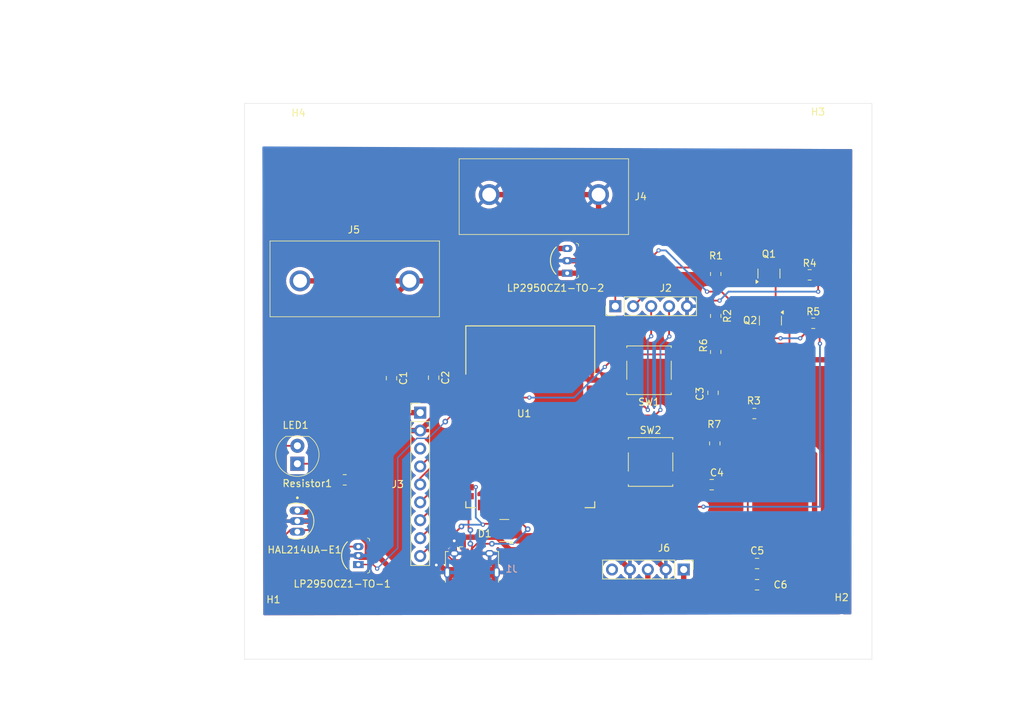
<source format=kicad_pcb>
(kicad_pcb (version 20240108) (generator "pcbnew") (generator_version "8.0")
  (layers (0 "F.Cu" signal) (31 "B.Cu" signal) (34 "B.Paste" user) (35 "F.Paste" user) (36 "B.SilkS" user "B.Silkscreen") (37 "F.SilkS" user "F.Silkscreen") (38 "B.Mask" user) (39 "F.Mask" user) (44 "Edge.Cuts" user))
  (net 0 "")
  (net 1 "GND")
  (net 2 "+3.3V")
  (net 3 "/CHIP_PU")
  (net 4 "/GPIO0_STRAPPING")
  (net 5 "/D-")
  (net 6 "+5V")
  (net 7 "/D+")
  (net 8 "Net-(HAL214UA-E1-VOUT)")
  (net 10 "/TX")
  (net 11 "/DTR")
  (net 12 "/RX")
  (net 13 "/RTS")
  (net 14 "/GPIO7")
  (net 15 "/GPIO18")
  (net 16 "/GPIO17")
  (net 17 "/GPIO5")
  (net 18 "/GPIO16")
  (net 19 "/GPIO15")
  (net 21 "/GPIO6")
  (net 22 "Net-(LED1-K)")
  (net 23 "Net-(Q1-B)")
  (net 24 "Net-(Q1-C)")
  (net 25 "Net-(Q2-C)")
  (net 26 "Net-(Q2-B)")
  (net 27 "/GPIO3_STRAPPING")
  (net 28 "/CAMERA_SCK")
  (net 29 "/GPIO45_STRAPPING")
  (net 30 "/M1_DIR")
  (net 31 "/M2_PWM")
  (net 32 "/MTDI")
  (net 33 "/MTCK")
  (net 34 "/CAMERA_MOSI")
  (net 35 "/I_M_1")
  (net 36 "/I_M_2")
  (net 37 "/M1_PWM")
  (net 38 "/MTMS")
  (net 39 "/M2_EN")
  (net 40 "/M2_FAULT")
  (net 41 "/GPIO46_STRAPPING")
  (net 42 "/CAMERA_SDA")
  (net 43 "/CAMERA_SCL")
  (net 44 "/VBAT_SENSE")
  (net 45 "/CAMERA_MISO")
  (net 46 "/CAMERA_CS")
  (net 47 "/MTDO")
  (net 48 "/M2_DIR")
  (net 49 "/M1_EN")
  (net 50 "/M1_FAULT")
  (net 51 "Net-(C4-Pad1)")
  (footprint "local_footprints:ESP32-S3-WROOM-1_EXP" (layer "F.Cu") (at 138.407 100.788)
    (property "Reference" "U1" (at -0.866 -0.458 0) (layer "F.SilkS"))
    (property "Value" "ESP32-S3-WROOM-1-N16R2")
    (pad "1" smd rect (at -8.75 -5.26) (size 1.4986 0.889) (layers "F.Cu" "F.Paste" "F.Mask") (net 1 "GND"))
    (pad "2" smd rect (at -8.75 -3.99) (size 1.4986 0.889) (layers "F.Cu" "F.Paste" "F.Mask") (net 2 "+3.3V"))
    (pad "3" smd rect (at -8.75 -2.72) (size 1.4986 0.889) (layers "F.Cu" "F.Paste" "F.Mask") (net 3 "/CHIP_PU"))
    (pad "4" smd rect (at -8.75 -1.45) (size 1.4986 0.889) (layers "F.Cu" "F.Paste" "F.Mask") (net 44 "/VBAT_SENSE"))
    (pad "5" smd rect (at -8.75 -0.18) (size 1.4986 0.889) (layers "F.Cu" "F.Paste" "F.Mask") (net 17 "/GPIO5"))
    (pad "6" smd rect (at -8.75 1.09) (size 1.4986 0.889) (layers "F.Cu" "F.Paste" "F.Mask") (net 21 "/GPIO6"))
    (pad "7" smd rect (at -8.75 2.36) (size 1.4986 0.889) (layers "F.Cu" "F.Paste" "F.Mask") (net 14 "/GPIO7"))
    (pad "8" smd rect (at -8.75 3.63) (size 1.4986 0.889) (layers "F.Cu" "F.Paste" "F.Mask") (net 19 "/GPIO15"))
    (pad "9" smd rect (at -8.75 4.9) (size 1.4986 0.889) (layers "F.Cu" "F.Paste" "F.Mask") (net 18 "/GPIO16"))
    (pad "10" smd rect (at -8.75 6.17) (size 1.4986 0.889) (layers "F.Cu" "F.Paste" "F.Mask") (net 16 "/GPIO17"))
    (pad "11" smd rect (at -8.75 7.44) (size 1.4986 0.889) (layers "F.Cu" "F.Paste" "F.Mask") (net 15 "/GPIO18"))
    (pad "12" smd rect (at -8.75 8.71) (size 1.4986 0.889) (layers "F.Cu" "F.Paste" "F.Mask") (net 50 "/M1_FAULT"))
    (pad "13" smd rect (at -8.75 9.98) (size 1.4986 0.889) (layers "F.Cu" "F.Paste" "F.Mask") (net 5 "/D-"))
    (pad "14" smd rect (at -8.75 11.25) (size 1.4986 0.889) (layers "F.Cu" "F.Paste" "F.Mask") (net 7 "/D+"))
    (pad "15" smd rect (at -6.985 12.5 90) (size 1.4986 0.889) (layers "F.Cu" "F.Paste" "F.Mask") (net 27 "/GPIO3_STRAPPING"))
    (pad "16" smd rect (at -5.715 12.5 90) (size 1.4986 0.889) (layers "F.Cu" "F.Paste" "F.Mask") (net 41 "/GPIO46_STRAPPING"))
    (pad "17" smd rect (at -4.445 12.5 90) (size 1.4986 0.889) (layers "F.Cu" "F.Paste" "F.Mask") (net 49 "/M1_EN"))
    (pad "18" smd rect (at -3.175 12.5 90) (size 1.4986 0.889) (layers "F.Cu" "F.Paste" "F.Mask") (net 37 "/M1_PWM"))
    (pad "19" smd rect (at -1.905 12.5 90) (size 1.4986 0.889) (layers "F.Cu" "F.Paste" "F.Mask") (net 30 "/M1_DIR"))
    (pad "20" smd rect (at -0.635 12.5 90) (size 1.4986 0.889) (layers "F.Cu" "F.Paste" "F.Mask") (net 40 "/M2_FAULT"))
    (pad "21" smd rect (at 0.635 12.5 90) (size 1.4986 0.889) (layers "F.Cu" "F.Paste" "F.Mask") (net 39 "/M2_EN"))
    (pad "22" smd rect (at 1.905 12.5 90) (size 1.4986 0.889) (layers "F.Cu" "F.Paste" "F.Mask") (net 31 "/M2_PWM"))
    (pad "23" smd rect (at 3.175 12.5 90) (size 1.4986 0.889) (layers "F.Cu" "F.Paste" "F.Mask") (net 48 "/M2_DIR"))
    (pad "24" smd rect (at 4.445 12.5 90) (size 1.4986 0.889) (layers "F.Cu" "F.Paste" "F.Mask") (net 46 "/CAMERA_CS"))
    (pad "25" smd rect (at 5.715 12.5 90) (size 1.4986 0.889) (layers "F.Cu" "F.Paste" "F.Mask") (net 34 "/CAMERA_MOSI"))
    (pad "26" smd rect (at 6.985 12.5 90) (size 1.4986 0.889) (layers "F.Cu" "F.Paste" "F.Mask") (net 29 "/GPIO45_STRAPPING"))
    (pad "27" smd rect (at 8.75 11.25) (size 1.4986 0.889) (layers "F.Cu" "F.Paste" "F.Mask") (net 4 "/GPIO0_STRAPPING"))
    (pad "28" smd rect (at 8.75 9.98) (size 1.4986 0.889) (layers "F.Cu" "F.Paste" "F.Mask") (net 45 "/CAMERA_MISO"))
    (pad "29" smd rect (at 8.75 8.71) (size 1.4986 0.889) (layers "F.Cu" "F.Paste" "F.Mask") (net 28 "/CAMERA_SCK"))
    (pad "30" smd rect (at 8.75 7.44) (size 1.4986 0.889) (layers "F.Cu" "F.Paste" "F.Mask") (net 42 "/CAMERA_SDA"))
    (pad "31" smd rect (at 8.75 6.17) (size 1.4986 0.889) (layers "F.Cu" "F.Paste" "F.Mask") (net 43 "/CAMERA_SCL"))
    (pad "32" smd rect (at 8.75 4.9) (size 1.4986 0.889) (layers "F.Cu" "F.Paste" "F.Mask") (net 33 "/MTCK"))
    (pad "33" smd rect (at 8.75 3.63) (size 1.4986 0.889) (layers "F.Cu" "F.Paste" "F.Mask") (net 47 "/MTDO"))
    (pad "34" smd rect (at 8.75 2.36) (size 1.4986 0.889) (layers "F.Cu" "F.Paste" "F.Mask") (net 32 "/MTDI"))
    (pad "35" smd rect (at 8.75 1.09) (size 1.4986 0.889) (layers "F.Cu" "F.Paste" "F.Mask") (net 38 "/MTMS"))
    (pad "36" smd rect (at 8.75 -0.18) (size 1.4986 0.889) (layers "F.Cu" "F.Paste" "F.Mask") (net 12 "/RX"))
    (pad "37" smd rect (at 8.75 -1.45) (size 1.4986 0.889) (layers "F.Cu" "F.Paste" "F.Mask") (net 10 "/TX"))
    (pad "38" smd rect (at 8.75 -2.72) (size 1.4986 0.889) (layers "F.Cu" "F.Paste" "F.Mask") (net 35 "/I_M_1"))
    (pad "39" smd rect (at 8.75 -3.99) (size 1.4986 0.889) (layers "F.Cu" "F.Paste" "F.Mask") (net 36 "/I_M_2"))
    (pad "40" smd rect (at 8.75 -5.26) (size 1.4986 0.889) (layers "F.Cu" "F.Paste" "F.Mask") (net 1 "GND"))
    (pad "41" smd rect (at -1.25 2.46) (size 0.889 0.889) (layers "F.Cu" "F.Paste" "F.Mask") (net 1 "GND"))
    (pad "42" smd rect (at -1.25 1.06) (size 0.889 0.889) (layers "F.Cu" "F.Paste" "F.Mask") (net 1 "GND"))
    (pad "43" smd rect (at -2.65 1.06) (size 0.889 0.889) (layers "F.Cu" "F.Paste" "F.Mask") (net 1 "GND"))
    (pad "44" smd rect (at -2.65 2.46) (size 0.889 0.889) (layers "F.Cu" "F.Paste" "F.Mask") (net 1 "GND"))
    (pad "45" smd rect (at -2.65 3.86) (size 0.889 0.889) (layers "F.Cu" "F.Paste" "F.Mask") (net 1 "GND"))
    (pad "46" smd rect (at -1.25 3.86) (size 0.889 0.889) (layers "F.Cu" "F.Paste" "F.Mask") (net 1 "GND"))
    (pad "47" smd rect (at 0.15 3.86) (size 0.889 0.889) (layers "F.Cu" "F.Paste" "F.Mask") (net 1 "GND"))
    (pad "48" smd rect (at 0.15 2.46) (size 0.889 0.889) (layers "F.Cu" "F.Paste" "F.Mask") (net 1 "GND"))
    (pad "49" smd rect (at 0.15 1.06) (size 0.889 0.889) (layers "F.Cu" "F.Paste" "F.Mask") (net 1 "GND"))
  )
  (footprint "Resistor_SMD:R_0805_2012Metric" (layer "F.Cu") (at 112.1175 109.725 180)
    (property "Reference" "Resistor1" (at 5.3105 -0.511 0) (layer "F.SilkS"))
    (property "Value" "1000 Ohm")
    (pad "1" smd roundrect (at -0.9125 0 180) (size 1.025 1.4) (layers "F.Cu" "F.Paste" "F.Mask") (roundrect_rratio 0.243902) (net 22 "Net-(LED1-K)"))
    (pad "2" smd roundrect (at 0.9125 0 180) (size 1.025 1.4) (layers "F.Cu" "F.Paste" "F.Mask") (roundrect_rratio 0.243902) (net 6 "+5V"))
  )
  (footprint "Resistor_SMD:R_0805_2012Metric" (layer "F.Cu") (at 177.9925 80.681)
    (property "Reference" "R4" (at 0 -1.65 0) (layer "F.SilkS"))
    (property "Value" "10k")
    (pad "1" smd roundrect (at -0.9125 0) (size 1.025 1.4) (layers "F.Cu" "F.Paste" "F.Mask") (roundrect_rratio 0.243902) (net 24 "Net-(Q1-C)"))
    (pad "2" smd roundrect (at 0.9125 0) (size 1.025 1.4) (layers "F.Cu" "F.Paste" "F.Mask") (roundrect_rratio 0.243902) (net 3 "/CHIP_PU"))
  )
  (footprint "Capacitor_SMD:C_0805_2012Metric" (layer "F.Cu") (at 124.714 95.25 -90)
    (property "Reference" "C2" (at 0 -1.68 90) (layer "F.SilkS"))
    (property "Value" "100n")
    (pad "1" smd roundrect (at -0.95 0 270) (size 1 1.45) (layers "F.Cu" "F.Paste" "F.Mask") (net 2 "+3.3V"))
    (pad "2" smd roundrect (at 0.95 0 270) (size 1 1.45) (layers "F.Cu" "F.Paste" "F.Mask") (net 1 "GND"))
  )
  (footprint "digikey-footprints:TO-92-3" (layer "F.Cu") (at 143.637 79.943 90)
    (property "Reference" "LP2950CZ1-TO-2" (at -2.607 -1.651 180) (layer "F.SilkS"))
    (property "Value" "Voltage Regulator Module")
    (pad "1" thru_hole rect (at -0.5 0 270) (size 1 1.5) (drill 0.55) (layers "*.Cu" "*.Mask") (net 2 "+3.3V"))
    (pad "2" thru_hole oval (at 1.27 0 270) (size 1 1.5) (drill 0.55) (layers "*.Cu" "*.Mask") (net 1 "GND"))
    (pad "3" thru_hole oval (at 3 0 270) (size 1 1.5) (drill 0.55) (layers "*.Cu" "*.Mask") (net 6 "+5V"))
  )
  (footprint "Capacitor_SMD:C_0805_2012Metric_Pad1.18x1.45mm_HandSolder" (layer "F.Cu") (at 170.5395 124.587)
    (property "Reference" "C6" (at 3.3235 0 0) (layer "F.SilkS"))
    (property "Value" "2.2uF")
    (pad "1" smd roundrect (at -1.0375 0) (size 1.175 1.45) (layers "F.Cu" "F.Paste" "F.Mask") (roundrect_rratio 0.212766) (net 2 "+3.3V"))
    (pad "2" smd roundrect (at 1.0375 0) (size 1.175 1.45) (layers "F.Cu" "F.Paste" "F.Mask") (roundrect_rratio 0.212766) (net 1 "GND"))
  )
  (footprint "Resistor_SMD:R_0805_2012Metric" (layer "F.Cu") (at 164.681 80.554 -90)
    (property "Reference" "R1" (at -2.576 -0.038 180) (layer "F.SilkS"))
    (property "Value" "10k")
    (pad "1" smd roundrect (at -0.9125 0 270) (size 1.025 1.4) (layers "F.Cu" "F.Paste" "F.Mask") (roundrect_rratio 0.243902) (net 11 "/DTR"))
    (pad "2" smd roundrect (at 0.9125 0 270) (size 1.025 1.4) (layers "F.Cu" "F.Paste" "F.Mask") (roundrect_rratio 0.243902) (net 23 "Net-(Q1-B)"))
  )
  (footprint "digikey-footprints:TO-92-3" (layer "F.Cu") (at 114.046 121.723 90)
    (property "Reference" "LP2950CZ1-TO-1" (at -2.737 -2.286 180) (layer "F.SilkS"))
    (property "Value" "Voltage Regulator Module")
    (pad "1" thru_hole rect (at 0 0 270) (size 1 1.5) (drill 0.55) (layers "*.Cu" "*.Mask") (net 17 "/GPIO5"))
    (pad "2" thru_hole oval (at 1.27 0 270) (size 1 1.5) (drill 0.55) (layers "*.Cu" "*.Mask") (net 1 "GND"))
    (pad "3" thru_hole oval (at 2.54 0 270) (size 1 1.5) (drill 0.55) (layers "*.Cu" "*.Mask") (net 8 "Net-(HAL214UA-E1-VOUT)"))
  )
  (footprint "Package_TO_SOT_SMD:SOT-143" (layer "F.Cu") (at 134.731 116.9 180)
    (property "Reference" "D1" (at 2.778 -0.448 0) (layer "F.SilkS"))
    (property "Value" "SP0503BAHT")
    (pad "1" smd roundrect (at -1 -0.75 180) (size 0.7 1) (layers "F.Cu" "F.Paste" "F.Mask") (net 1 "GND"))
    (pad "2" smd roundrect (at -1 0.95 180) (size 0.7 0.6) (layers "F.Cu" "F.Paste" "F.Mask") (net 7 "/D+"))
    (pad "3" smd roundrect (at 1 0.95 180) (size 0.7 0.6) (layers "F.Cu" "F.Paste" "F.Mask") (net 5 "/D-"))
    (pad "4" smd roundrect (at 1 -0.95 180) (size 0.7 0.6) (layers "F.Cu" "F.Paste" "F.Mask") (net 6 "+5V"))
  )
  (footprint "Capacitor_SMD:C_0805_2012Metric" (layer "F.Cu") (at 164.3 97.39 -90)
    (property "Reference" "C3" (at 0.146 1.867 90) (layer "F.SilkS"))
    (property "Value" "1u")
    (pad "1" smd roundrect (at -0.95 0 270) (size 1 1.45) (layers "F.Cu" "F.Paste" "F.Mask") (net 3 "/CHIP_PU"))
    (pad "2" smd roundrect (at 0.95 0 270) (size 1 1.45) (layers "F.Cu" "F.Paste" "F.Mask") (net 1 "GND"))
  )
  (footprint "Capacitor_SMD:C_0805_2012Metric" (layer "F.Cu") (at 164.112 110.405)
    (property "Reference" "C4" (at 0.734 -1.693 0) (layer "F.SilkS"))
    (property "Value" "1u")
    (pad "1" smd roundrect (at -0.95 0) (size 1 1.45) (layers "F.Cu" "F.Paste" "F.Mask") (net 51 "Net-(C4-Pad1)"))
    (pad "2" smd roundrect (at 0.95 0) (size 1 1.45) (layers "F.Cu" "F.Paste" "F.Mask") (net 1 "GND"))
  )
  (footprint "Resistor_SMD:R_0805_2012Metric" (layer "F.Cu") (at 164.681 86.4995 -90)
    (property "Reference" "R2" (at 0 -1.65 90) (layer "F.SilkS"))
    (property "Value" "10k")
    (pad "1" smd roundrect (at -0.9125 0 270) (size 1.025 1.4) (layers "F.Cu" "F.Paste" "F.Mask") (roundrect_rratio 0.243902) (net 13 "/RTS"))
    (pad "2" smd roundrect (at 0.9125 0 270) (size 1.025 1.4) (layers "F.Cu" "F.Paste" "F.Mask") (roundrect_rratio 0.243902) (net 26 "Net-(Q2-B)"))
  )
  (footprint "24.243.1:242431" (layer "F.Cu") (at 121.285 81.534 180)
    (property "Reference" "J5" (at 7.874 7.239 0) (layer "F.SilkS"))
    (property "Value" "24.243.1")
    (pad "1" thru_hole circle (at 0 0 180) (size 2.955 2.955) (drill 1.97) (layers "*.Cu" "*.Mask") (net 6 "+5V"))
    (pad "2" thru_hole circle (at 15.5 0 180) (size 2.955 2.955) (drill 1.97) (layers "*.Cu" "*.Mask") (net 6 "+5V"))
  )
  (footprint "digikey-footprints:LED_5mm_Radial" (layer "F.Cu") (at 105.41 104.899 90)
    (property "Reference" "LED1" (at 2.918 -0.254 180) (layer "F.SilkS"))
    (property "Value" "DIODE")
    (pad "1" thru_hole rect (at -2.54 0 90) (size 2 2) (drill 1) (layers "*.Cu" "*.Mask") (net 22 "Net-(LED1-K)"))
    (pad "2" thru_hole circle (at 0 0 90) (size 2 2) (drill 1) (layers "*.Cu" "*.Mask") (net 8 "Net-(HAL214UA-E1-VOUT)"))
  )
  (footprint "MountingHole:MountingHole_3.2mm_M3" (layer "F.Cu") (at 102.017 60.588)
    (property "Reference" "H4" (at 3.55 -2.85 0) (layer "F.SilkS"))
    (property "Value" "MountingHole")
    (pad "" np_thru_hole circle (at 0 0) (size 3.2 3.2) (drill 3.2) (layers "*.Cu" "*.Mask"))
  )
  (footprint "Button_Switch_SMD:SW_SPST_B3S-1000" (layer "F.Cu") (at 155.448 107.188)
    (property "Reference" "SW2" (at 0 -4.5 0) (layer "F.SilkS"))
    (property "Value" "SW_Push")
    (pad "1" smd rect (at -3.975 -2.25) (size 1.55 1.3) (layers "F.Cu" "F.Paste" "F.Mask") (net 1 "GND"))
    (pad "1" smd rect (at 3.975 -2.25) (size 1.55 1.3) (layers "F.Cu" "F.Paste" "F.Mask") (net 1 "GND"))
    (pad "2" smd rect (at -3.975 2.25) (size 1.55 1.3) (layers "F.Cu" "F.Paste" "F.Mask") (net 4 "/GPIO0_STRAPPING"))
    (pad "2" smd rect (at 3.975 2.25) (size 1.55 1.3) (layers "F.Cu" "F.Paste" "F.Mask") (net 4 "/GPIO0_STRAPPING"))
  )
  (footprint "MountingHole:MountingHole_3.2mm_M3" (layer "F.Cu") (at 182.517 60.588)
    (property "Reference" "H3" (at -3.35 -3 0) (layer "F.SilkS"))
    (property "Value" "MountingHole")
    (pad "" np_thru_hole circle (at 0 0) (size 3.2 3.2) (drill 3.2) (layers "*.Cu" "*.Mask"))
  )
  (footprint "Resistor_SMD:R_0805_2012Metric" (layer "F.Cu") (at 170.1565 100.33)
    (property "Reference" "R3" (at -0.0745 -1.814 0) (layer "F.SilkS"))
    (property "Value" "10k")
    (pad "1" smd roundrect (at -0.9125 0) (size 1.025 1.4) (layers "F.Cu" "F.Paste" "F.Mask") (roundrect_rratio 0.243902) (net 27 "/GPIO3_STRAPPING"))
    (pad "2" smd roundrect (at 0.9125 0) (size 1.025 1.4) (layers "F.Cu" "F.Paste" "F.Mask") (roundrect_rratio 0.243902) (net 1 "GND"))
  )
  (footprint "Package_TO_SOT_SMD:SOT-23" (layer "F.Cu") (at 172.428 87.158 -90)
    (property "Reference" "Q2" (at -0.036 2.883 180) (layer "F.SilkS"))
    (property "Value" "SS8050-G")
    (pad "1" smd roundrect (at -0.9375 -0.95 270) (size 1.475 0.6) (layers "F.Cu" "F.Paste" "F.Mask") (net 26 "Net-(Q2-B)"))
    (pad "2" smd roundrect (at -0.9375 0.95 270) (size 1.475 0.6) (layers "F.Cu" "F.Paste" "F.Mask") (net 11 "/DTR"))
    (pad "3" smd roundrect (at 0.9375 0 270) (size 1.475 0.6) (layers "F.Cu" "F.Paste" "F.Mask") (net 25 "Net-(Q2-C)"))
  )
  (footprint "Button_Switch_SMD:SW_SPST_B3S-1000" (layer "F.Cu") (at 155.232 94.198 180)
    (property "Reference" "SW1" (at 0 -4.5 0) (layer "F.SilkS"))
    (property "Value" "SW_Push")
    (pad "1" smd rect (at -3.975 -2.25 180) (size 1.55 1.3) (layers "F.Cu" "F.Paste" "F.Mask") (net 1 "GND"))
    (pad "1" smd rect (at 3.975 -2.25 180) (size 1.55 1.3) (layers "F.Cu" "F.Paste" "F.Mask") (net 1 "GND"))
    (pad "2" smd rect (at -3.975 2.25 180) (size 1.55 1.3) (layers "F.Cu" "F.Paste" "F.Mask") (net 3 "/CHIP_PU"))
    (pad "2" smd rect (at 3.975 2.25 180) (size 1.55 1.3) (layers "F.Cu" "F.Paste" "F.Mask") (net 3 "/CHIP_PU"))
  )
  (footprint "Resistor_SMD:R_0805_2012Metric" (layer "F.Cu") (at 178.5005 87.539)
    (property "Reference" "R5" (at 0 -1.65 0) (layer "F.SilkS"))
    (property "Value" "10k")
    (pad "1" smd roundrect (at -0.9125 0) (size 1.025 1.4) (layers "F.Cu" "F.Paste" "F.Mask") (roundrect_rratio 0.243902) (net 25 "Net-(Q2-C)"))
    (pad "2" smd roundrect (at 0.9125 0) (size 1.025 1.4) (layers "F.Cu" "F.Paste" "F.Mask") (roundrect_rratio 0.243902) (net 4 "/GPIO0_STRAPPING"))
  )
  (footprint "Connector_PinHeader_2.54mm:PinHeader_1x05_P2.54mm_Vertical" (layer "F.Cu") (at 160.147 122.428 -90)
    (property "Reference" "J6" (at -3.048 2.794 180) (layer "F.SilkS"))
    (property "Value" "Conn_01x05_Female")
    (pad "1" thru_hole rect (at 0 0 270) (size 1.7 1.7) (drill 1) (layers "*.Cu" "*.Mask") (net 6 "+5V"))
    (pad "2" thru_hole oval (at 0 2.54 270) (size 1.7 1.7) (drill 1) (layers "*.Cu" "*.Mask") (net 1 "GND"))
    (pad "3" thru_hole oval (at 0 5.08 270) (size 1.7 1.7) (drill 1) (layers "*.Cu" "*.Mask") (net 6 "+5V"))
    (pad "4" thru_hole oval (at 0 7.62 270) (size 1.7 1.7) (drill 1) (layers "*.Cu" "*.Mask") (net 1 "GND"))
    (pad "5" thru_hole oval (at 0 10.16 270) (size 1.7 1.7) (drill 1) (layers "*.Cu" "*.Mask"))
  )
  (footprint "Connector_PinHeader_2.54mm:PinHeader_1x09_P2.54mm_Vertical" (layer "F.Cu") (at 122.809 100.203)
    (property "Reference" "J3" (at -3.175 10.16 0) (layer "F.SilkS"))
    (property "Value" "Conn_01x09_Female")
    (pad "1" thru_hole rect (at 0 0) (size 1.7 1.7) (drill 1) (layers "*.Cu" "*.Mask") (net 6 "+5V"))
    (pad "2" thru_hole oval (at 0 2.54) (size 1.7 1.7) (drill 1) (layers "*.Cu" "*.Mask") (net 1 "GND"))
    (pad "3" thru_hole oval (at 0 5.08) (size 1.7 1.7) (drill 1) (layers "*.Cu" "*.Mask"))
    (pad "4" thru_hole oval (at 0 7.62) (size 1.7 1.7) (drill 1) (layers "*.Cu" "*.Mask") (net 21 "/GPIO6"))
    (pad "5" thru_hole oval (at 0 10.16) (size 1.7 1.7) (drill 1) (layers "*.Cu" "*.Mask") (net 14 "/GPIO7"))
    (pad "6" thru_hole oval (at 0 12.7) (size 1.7 1.7) (drill 1) (layers "*.Cu" "*.Mask") (net 19 "/GPIO15"))
    (pad "7" thru_hole oval (at 0 15.24) (size 1.7 1.7) (drill 1) (layers "*.Cu" "*.Mask") (net 18 "/GPIO16"))
    (pad "8" thru_hole oval (at 0 17.78) (size 1.7 1.7) (drill 1) (layers "*.Cu" "*.Mask") (net 16 "/GPIO17"))
    (pad "9" thru_hole oval (at 0 20.32) (size 1.7 1.7) (drill 1) (layers "*.Cu" "*.Mask") (net 15 "/GPIO18"))
  )
  (footprint "Package_TO_SOT_SMD:SOT-23" (layer "F.Cu") (at 172.2225 80.493 90)
    (property "Reference" "Q1" (at 2.769 -0.0105 180) (layer "F.SilkS"))
    (property "Value" "SS8050-G")
    (pad "1" smd roundrect (at -0.9375 -0.95 90) (size 1.475 0.6) (layers "F.Cu" "F.Paste" "F.Mask") (net 23 "Net-(Q1-B)"))
    (pad "2" smd roundrect (at -0.9375 0.95 90) (size 1.475 0.6) (layers "F.Cu" "F.Paste" "F.Mask") (net 13 "/RTS"))
    (pad "3" smd roundrect (at 0.9375 0 90) (size 1.475 0.6) (layers "F.Cu" "F.Paste" "F.Mask") (net 24 "Net-(Q1-C)"))
  )
  (footprint "Resistor_SMD:R_0805_2012Metric" (layer "F.Cu") (at 164.554 104.563 -90)
    (property "Reference" "R7" (at -2.709 0.089 180) (layer "F.SilkS"))
    (property "Value" "100k")
    (pad "1" smd roundrect (at -0.9125 0 270) (size 1.025 1.4) (layers "F.Cu" "F.Paste" "F.Mask") (roundrect_rratio 0.243902) (net 2 "+3.3V"))
    (pad "2" smd roundrect (at 0.9125 0 270) (size 1.025 1.4) (layers "F.Cu" "F.Paste" "F.Mask") (roundrect_rratio 0.243902) (net 51 "Net-(C4-Pad1)"))
  )
  (footprint "MountingHole:MountingHole_3.2mm_M3" (layer "F.Cu") (at 102.017 130.888)
    (property "Reference" "H1" (at 0 -4.2 0) (layer "F.SilkS"))
    (property "Value" "MountingHole")
    (pad "" np_thru_hole circle (at 0 0) (size 3.2 3.2) (drill 3.2) (layers "*.Cu" "*.Mask"))
  )
  (footprint "Connector_PinHeader_2.54mm:PinHeader_1x05_P2.54mm_Vertical" (layer "F.Cu") (at 150.457 85.126 90)
    (property "Reference" "J2" (at 2.576 7.15 180) (layer "F.SilkS"))
    (property "Value" "Conn_01x05_Female")
    (pad "1" thru_hole rect (at 0 0 90) (size 1.7 1.7) (drill 1) (layers "*.Cu" "*.Mask") (net 13 "/RTS"))
    (pad "2" thru_hole oval (at 0 2.54 90) (size 1.7 1.7) (drill 1) (layers "*.Cu" "*.Mask") (net 11 "/DTR"))
    (pad "3" thru_hole oval (at 0 5.08 90) (size 1.7 1.7) (drill 1) (layers "*.Cu" "*.Mask") (net 10 "/TX"))
    (pad "4" thru_hole oval (at 0 7.62 90) (size 1.7 1.7) (drill 1) (layers "*.Cu" "*.Mask") (net 12 "/RX"))
    (pad "5" thru_hole oval (at 0 10.16 90) (size 1.7 1.7) (drill 1) (layers "*.Cu" "*.Mask") (net 1 "GND"))
  )
  (footprint "24.243.1:242431" (layer "F.Cu") (at 132.585 69.311)
    (property "Reference" "J4" (at 21.466 0.285 0) (layer "F.SilkS"))
    (property "Value" "24.243.1")
    (pad "1" thru_hole circle (at 0 0) (size 2.955 2.955) (drill 1.97) (layers "*.Cu" "*.Mask") (net 1 "GND"))
    (pad "2" thru_hole circle (at 15.5 0) (size 2.955 2.955) (drill 1.97) (layers "*.Cu" "*.Mask") (net 1 "GND"))
  )
  (footprint "Resistor_SMD:R_0805_2012Metric" (layer "F.Cu") (at 164.681 91.609 90)
    (property "Reference" "R6" (at 0.931 -1.74 90) (layer "F.SilkS"))
    (property "Value" "100k")
    (pad "1" smd roundrect (at -0.9125 0 90) (size 1.025 1.4) (layers "F.Cu" "F.Paste" "F.Mask") (roundrect_rratio 0.243902) (net 2 "+3.3V"))
    (pad "2" smd roundrect (at 0.9125 0 90) (size 1.025 1.4) (layers "F.Cu" "F.Paste" "F.Mask") (roundrect_rratio 0.243902) (net 3 "/CHIP_PU"))
  )
  (footprint "Capacitor_SMD:C_0805_2012Metric" (layer "F.Cu") (at 118.745 95.316 -90)
    (property "Reference" "C1" (at 0 -1.68 90) (layer "F.SilkS"))
    (property "Value" "10n")
    (pad "1" smd roundrect (at -0.95 0 270) (size 1 1.45) (layers "F.Cu" "F.Paste" "F.Mask") (net 2 "+3.3V"))
    (pad "2" smd roundrect (at 0.95 0 270) (size 1 1.45) (layers "F.Cu" "F.Paste" "F.Mask") (net 1 "GND"))
  )
  (footprint "SS49E:TO92127P460H470-3" (layer "F.Cu") (at 105.41 115.567 -90)
    (property "Reference" "HAL214UA-E1" (at 4.067 -1.016 0) (layer "F.SilkS") (effects (font (size 0.9906 0.9906))))
    (property "Value" "Hall Effect Sensor")
    (pad "1" thru_hole oval (at -1.5 0 270) (size 1.1 2.2) (drill 0.79) (layers "*.Cu" "*.Mask") (net 6 "+5V"))
    (pad "2" thru_hole oval (at 0 0 270) (size 1.1 2.2) (drill 0.79) (layers "*.Cu" "*.Mask") (net 1 "GND"))
    (pad "3" thru_hole oval (at 1.5 0 270) (size 1.1 2.2) (drill 0.79) (layers "*.Cu" "*.Mask") (net 8 "Net-(HAL214UA-E1-VOUT)"))
  )
  (footprint "MountingHole:MountingHole_3.2mm_M3" (layer "F.Cu") (at 182.517 130.588)
    (property "Reference" "H2" (at 0 -4.2 0) (layer "F.SilkS"))
    (property "Value" "MountingHole")
    (pad "" np_thru_hole circle (at 0 0) (size 3.2 3.2) (drill 3.2) (layers "*.Cu" "*.Mask"))
  )
  (footprint "Connector_USB:USB_Micro-B_Amphenol_10118194_Horizontal" (layer "F.Cu") (at 130.145 121.542)
    (property "Reference" "J1" (at 5.604 0.798 0) (layer "B.SilkS") (effects (justify mirror)))
    (property "Value" "USB_B_Micro")
    (pad "1" smd roundrect (at -1.3 -1.4) (size 0.4 1.35) (layers "F.Cu" "F.Paste" "F.Mask") (net 6 "+5V"))
    (pad "2" smd roundrect (at -0.65 -1.4) (size 0.4 1.35) (layers "F.Cu" "F.Paste" "F.Mask") (net 5 "/D-"))
    (pad "3" smd roundrect (at 0 -1.4) (size 0.4 1.35) (layers "F.Cu" "F.Paste" "F.Mask") (net 7 "/D+"))
    (pad "4" smd roundrect (at 0.65 -1.4) (size 0.4 1.35) (layers "F.Cu" "F.Paste" "F.Mask"))
    (pad "5" smd roundrect (at 1.3 -1.4) (size 0.4 1.35) (layers "F.Cu" "F.Paste" "F.Mask") (net 1 "GND"))
    (pad "6" thru_hole oval (at -3.5 1.3) (size 0.89 1.55) (drill oval 0.5 1.15) (property pad_prop_heatsink) (layers "*.Cu" "*.Mask") (net 1 "GND"))
    (pad "6" smd roundrect (at -3.025 1.3) (size 1.45 1.55) (layers "F.Cu" "F.Paste" "F.Mask") (roundrect_rratio 0.1724137931) (net 1 "GND"))
    (pad "6" thru_hole oval (at -2.5 -1.4) (size 1.25 0.95) (drill oval 0.85 0.55) (property pad_prop_heatsink) (layers "*.Cu" "*.Mask") (net 1 "GND"))
    (pad "6" smd roundrect (at -1 1.3) (size 1.5 1.55) (layers "F.Cu" "F.Paste" "F.Mask") (roundrect_rratio 0.1666666667) (net 1 "GND"))
    (pad "6" smd roundrect (at 1 1.3) (size 1.5 1.55) (layers "F.Cu" "F.Paste" "F.Mask") (roundrect_rratio 0.1666666667) (net 1 "GND"))
    (pad "6" thru_hole oval (at 2.5 -1.4) (size 1.25 0.95) (drill oval 0.85 0.55) (property pad_prop_heatsink) (layers "*.Cu" "*.Mask") (net 1 "GND"))
    (pad "6" smd roundrect (at 3.025 1.3) (size 1.45 1.55) (layers "F.Cu" "F.Paste" "F.Mask") (roundrect_rratio 0.1724137931) (net 1 "GND"))
    (pad "6" thru_hole oval (at 3.5 1.3) (size 0.89 1.55) (drill oval 0.5 1.15) (property pad_prop_heatsink) (layers "*.Cu" "*.Mask") (net 1 "GND"))
  )
  (footprint "Capacitor_SMD:C_0805_2012Metric_Pad1.18x1.45mm_HandSolder" (layer "F.Cu") (at 170.5395 121.577)
    (property "Reference" "C5" (at 0.0215 -1.816 0) (layer "F.SilkS"))
    (property "Value" "1uF")
    (pad "1" smd roundrect (at -1.0375 0) (size 1.175 1.45) (layers "F.Cu" "F.Paste" "F.Mask") (roundrect_rratio 0.212766) (net 6 "+5V"))
    (pad "2" smd roundrect (at 1.0375 0) (size 1.175 1.45) (layers "F.Cu" "F.Paste" "F.Mask") (roundrect_rratio 0.212766) (net 1 "GND"))
  )
  (gr_line (start 97.917 135.128) (end 97.917 56.388) (stroke (width 0.05)) (layer "Edge.Cuts"))
  (gr_line (start 186.817 135.128) (end 97.917 135.128) (stroke (width 0.05)) (layer "Edge.Cuts"))
  (gr_line (start 186.817 56.388) (end 186.817 135.128) (stroke (width 0.05)) (layer "Edge.Cuts"))
  (gr_line (start 97.917 56.388) (end 186.817 56.388) (stroke (width 0.05)) (layer "Edge.Cuts"))
  (segment (start 124.587 122.301) (end 124.587 125.603) (width 0.762) (layer "F.Cu") (net 1))
  (segment (start 123.825 125.603) (end 117.729 119.507) (width 0.762) (layer "F.Cu") (net 1))
  (segment (start 114.285 120.692) (end 114.046 120.453) (width 0.762) (layer "F.Cu") (net 1))
  (segment (start 143.637 78.673) (end 147.768 78.673) (width 0.762) (layer "F.Cu") (net 1))
  (segment (start 112.265 115.567) (end 115.327 118.629) (width 0.762) (layer "F.Cu") (net 1))
  (segment (start 127.645 118.374) (end 127.635 118.364) (width 0.762) (layer "F.Cu") (net 1))
  (segment (start 159.207 104.722) (end 159.423 104.938) (width 0.2) (layer "F.Cu") (net 1))
  (segment (start 127.645 120.142) (end 127.645 118.374) (width 0.762) (layer "F.Cu") (net 1))
  (segment (start 131.445 120.142) (end 132.645 120.142) (width 0.254) (layer "F.Cu") (net 1))
  (segment (start 153.035 117.856) (end 157.607 122.428) (width 0.762) (layer "F.Cu") (net 1))
  (segment (start 135.731 117.65) (end 147.749 117.65) (width 0.762) (layer "F.Cu") (net 1))
  (segment (start 125.095 121.793) (end 125.596 121.793) (width 0.762) (layer "F.Cu") (net 1))
  (segment (start 125.095 121.793) (end 124.587 122.301) (width 0.762) (layer "F.Cu") (net 1))
  (segment (start 132.585 69.311) (end 148.085 69.311) (width 0.762) (layer "F.Cu") (net 1))
  (segment (start 147.768 78.673) (end 148.717 77.724) (width 0.762) (layer "F.Cu") (net 1))
  (segment (start 115.327 120.512) (end 115.147 120.692) (width 0.762) (layer "F.Cu") (net 1))
  (segment (start 124.587 125.603) (end 123.825 125.603) (width 0.762) (layer "F.Cu") (net 1))
  (segment (start 117.729 103.886) (end 118.872 102.743) (width 0.762) (layer "F.Cu") (net 1))
  (segment (start 124.714 100.838) (end 124.714 96.2) (width 0.762) (layer "F.Cu") (net 1))
  (segment (start 132.645 120.142) (end 132.645 122.317) (width 0.254) (layer "F.Cu") (net 1))
  (segment (start 148.085 77.092) (end 148.085 69.311) (width 0.762) (layer "F.Cu") (net 1))
  (segment (start 147.955 117.856) (end 153.035 117.856) (width 0.762) (layer "F.Cu") (net 1))
  (segment (start 115.147 120.692) (end 114.285 120.692) (width 0.762) (layer "F.Cu") (net 1))
  (segment (start 122.809 102.743) (end 124.714 100.838) (width 0.762) (layer "F.Cu") (net 1))
  (segment (start 132.645 122.317) (end 133.17 122.842) (width 0.254) (layer "F.Cu") (net 1))
  (segment (start 147.749 117.65) (end 147.955 117.856) (width 0.762) (layer "F.Cu") (net 1))
  (segment (start 105.41 115.567) (end 112.265 115.567) (width 0.762) (layer "F.Cu") (net 1))
  (segment (start 124.648 96.266) (end 124.714 96.2) (width 0.762) (layer "F.Cu") (net 1))
  (segment (start 117.729 119.507) (end 117.729 103.886) (width 0.762) (layer "F.Cu") (net 1))
  (segment (start 148.717 77.724) (end 148.085 77.092) (width 0.762) (layer "F.Cu") (net 1))
  (segment (start 118.872 102.743) (end 122.809 102.743) (width 0.762) (layer "F.Cu") (net 1))
  (segment (start 125.596 121.793) (end 126.645 122.842) (width 0.762) (layer "F.Cu") (net 1))
  (segment (start 147.749 117.65) (end 152.527 122.428) (width 0.762) (layer "F.Cu") (net 1))
  (segment (start 115.327 118.629) (end 115.327 120.512) (width 0.762) (layer "F.Cu") (net 1))
  (via (at 125.095 121.793) (size 0.8) (drill 0.4) (layers "F.Cu" "B.Cu") (net 1))
  (via (at 127.635 118.364) (size 0.8) (drill 0.4) (layers "F.Cu" "B.Cu") (net 1))
  (segment (start 127.635 118.364) (end 127.635 119.253) (width 0.762) (layer "B.Cu") (net 1))
  (segment (start 127.635 119.253) (end 125.095 121.793) (width 0.762) (layer "B.Cu") (net 1))
  (segment (start 125.403 90.224) (end 127.635 92.456) (width 0.762) (layer "F.Cu") (net 2))
  (segment (start 166.751 92.5215) (end 164.681 92.5215) (width 0.762) (layer "F.Cu") (net 2))
  (segment (start 182.499 74.168) (end 182.753 74.422) (width 0.762) (layer "F.Cu") (net 2))
  (segment (start 123.057 92.643) (end 124.714 94.3) (width 0.762) (layer "F.Cu") (net 2))
  (segment (start 167.005 126.619) (end 178.689 126.619) (width 0.762) (layer "F.Cu") (net 2))
  (segment (start 176.657 92.456) (end 176.5915 92.5215) (width 0.762) (layer "F.Cu") (net 2))
  (segment (start 182.753 91.694) (end 181.737 92.71) (width 0.762) (layer "F.Cu") (net 2))
  (segment (start 127.635 92.456) (end 127.635 96.2873) (width 0.762) (layer "F.Cu") (net 2))
  (segment (start 123.057 90.224) (end 122.887 90.224) (width 0.762) (layer "F.Cu") (net 2))
  (segment (start 176.5915 92.5215) (end 166.751 92.5215) (width 0.762) (layer "F.Cu") (net 2))
  (segment (start 166.497 126.111) (end 167.005 126.619) (width 0.762) (layer "F.Cu") (net 2))
  (segment (start 122.887 90.224) (end 118.745 94.366) (width 0.762) (layer "F.Cu") (net 2))
  (segment (start 169.502 124.587) (end 168.021 124.587) (width 0.762) (layer "F.Cu") (net 2))
  (segment (start 178.689 126.619) (end 178.689 106.126072) (width 0.762) (layer "F.Cu") (net 2))
  (segment (start 181.737 92.71) (end 176.911 92.71) (width 0.762) (layer "F.Cu") (net 2))
  (segment (start 176.911 92.71) (end 176.657 92.456) (width 0.762) (layer "F.Cu") (net 2))
  (segment (start 168.021 124.587) (end 166.497 126.111) (width 0.762) (layer "F.Cu") (net 2))
  (segment (start 123.057 90.224) (end 133.338 79.943) (width 0.762) (layer "F.Cu") (net 2))
  (segment (start 133.338 79.943) (end 133.838 80.443) (width 0.762) (layer "F.Cu") (net 2))
  (segment (start 123.057 90.224) (end 123.057 92.643) (width 0.762) (layer "F.Cu") (net 2))
  (segment (start 133.838 80.443) (end 143.637 80.443) (width 0.762) (layer "F.Cu") (net 2))
  (segment (start 143.637 80.443) (end 150.951 80.443) (width 0.762) (layer "F.Cu") (net 2))
  (segment (start 178.689 106.126072) (end 176.5915 104.028572) (width 0.762) (layer "F.Cu") (net 2))
  (segment (start 165.7165 103.6505) (end 164.554 103.6505) (width 0.762) (layer "F.Cu") (net 2))
  (segment (start 166.751 103.378) (end 165.989 103.378) (width 0.762) (layer "F.Cu") (net 2))
  (segment (start 166.751 92.5215) (end 166.751 103.378) (width 0.762) (layer "F.Cu") (net 2))
  (segment (start 165.989 103.378) (end 165.7165 103.6505) (width 0.762) (layer "F.Cu") (net 2))
  (segment (start 128.1457 96.798) (end 129.657 96.798) (width 0.762) (layer "F.Cu") (net 2))
  (segment (start 127.635 96.2873) (end 128.1457 96.798) (width 0.762) (layer "F.Cu") (net 2))
  (segment (start 176.5915 104.028572) (end 176.5915 92.5215) (width 0.762) (layer "F.Cu") (net 2))
  (segment (start 123.057 90.224) (end 125.403 90.224) (width 0.762) (layer "F.Cu") (net 2))
  (segment (start 157.226 74.168) (end 182.499 74.168) (width 0.762) (layer "F.Cu") (net 2))
  (segment (start 182.753 74.422) (end 182.753 91.694) (width 0.762) (layer "F.Cu") (net 2))
  (segment (start 150.951 80.443) (end 157.226 74.168) (width 0.762) (layer "F.Cu") (net 2))
  (segment (start 148.971 93.726) (end 150.749 91.948) (width 0.254) (layer "F.Cu") (net 3))
  (segment (start 164.681 90.132) (end 163.195 88.646) (width 0.254) (layer "F.Cu") (net 3))
  (segment (start 159.207 91.948) (end 159.808 91.948) (width 0.254) (layer "F.Cu") (net 3))
  (segment (start 151.257 91.948) (end 159.207 91.948) (width 0.254) (layer "F.Cu") (net 3))
  (segment (start 159.808 91.948) (end 164.3 96.44) (width 0.254) (layer "F.Cu") (net 3))
  (segment (start 163.195 84.328) (end 165.227 84.328) (width 0.254) (layer "F.Cu") (net 3))
  (segment (start 163.195 88.646) (end 163.195 84.328) (width 0.254) (layer "F.Cu") (net 3))
  (segment (start 159.207 91.948) (end 163.4295 91.948) (width 0.254) (layer "F.Cu") (net 3))
  (segment (start 150.749 91.948) (end 151.257 91.948) (width 0.254) (layer "F.Cu") (net 3))
  (segment (start 129.657 98.068) (end 138.279 98.068) (width 0.254) (layer "F.Cu") (net 3))
  (segment (start 164.681 90.6965) (end 164.681 90.132) (width 0.254) (layer "F.Cu") (net 3))
  (segment (start 163.4295 91.948) (end 164.681 90.6965) (width 0.254) (layer "F.Cu") (net 3))
  (segment (start 179.197 83.058) (end 179.197 80.973) (width 0.254) (layer "F.Cu") (net 3))
  (segment (start 179.197 80.973) (end 178.905 80.681) (width 0.254) (layer "F.Cu") (net 3))
  (segment (start 138.279 98.068) (end 138.303 98.044) (width 0.254) (layer "F.Cu") (net 3))
  (via (at 179.197 83.058) (size 0.6) (drill 0.3) (layers "F.Cu" "B.Cu") (net 3))
  (via (at 165.227 84.328) (size 0.6) (drill 0.3) (layers "F.Cu" "B.Cu") (net 3))
  (via (at 148.971 93.726) (size 0.6) (drill 0.3) (layers "F.Cu" "B.Cu") (net 3))
  (via (at 138.279 98.068) (size 0.6) (drill 0.3) (layers "F.Cu" "B.Cu") (net 3))
  (segment (start 166.497 83.058) (end 179.197 83.058) (width 0.254) (layer "B.Cu") (net 3))
  (segment (start 165.227 84.328) (end 166.497 83.058) (width 0.254) (layer "B.Cu") (net 3))
  (segment (start 144.629 98.068) (end 148.971 93.726) (width 0.254) (layer "B.Cu") (net 3))
  (segment (start 138.279 98.068) (end 144.629 98.068) (width 0.254) (layer "B.Cu") (net 3))
  (segment (start 148.873 112.038) (end 147.157 112.038) (width 0.254) (layer "F.Cu") (net 4))
  (segment (start 148.1603 112.038) (end 149.6603 113.538) (width 0.254) (layer "F.Cu") (net 4))
  (segment (start 147.157 112.038) (end 148.1603 112.038) (width 0.254) (layer "F.Cu") (net 4))
  (segment (start 179.413 87.539) (end 179.413 90.386) (width 0.254) (layer "F.Cu") (net 4))
  (segment (start 149.6603 113.538) (end 162.941 113.538) (width 0.254) (layer "F.Cu") (net 4))
  (segment (start 151.473 109.438) (end 148.873 112.038) (width 0.254) (layer "F.Cu") (net 4))
  (segment (start 179.413 90.386) (end 179.451 90.424) (width 0.254) (layer "F.Cu") (net 4))
  (segment (start 151.473 109.438) (end 159.423 109.438) (width 0.254) (layer "F.Cu") (net 4))
  (via (at 162.941 113.538) (size 0.6) (drill 0.3) (layers "F.Cu" "B.Cu") (net 4))
  (via (at 179.451 90.424) (size 0.6) (drill 0.3) (layers "F.Cu" "B.Cu") (net 4))
  (segment (start 179.451 113.538) (end 162.941 113.538) (width 0.254) (layer "B.Cu") (net 4))
  (segment (start 179.451 90.424) (end 179.451 113.538) (width 0.254) (layer "B.Cu") (net 4))
  (segment (start 130.683 110.744) (end 129.681 110.744) (width 0.254) (layer "F.Cu") (net 5))
  (segment (start 133.731 115.95) (end 131.827 115.95) (width 0.254) (layer "F.Cu") (net 5))
  (segment (start 129.495 120.816999) (end 129.217999 121.094) (width 0.254) (layer "F.Cu") (net 5))
  (segment (start 129.681 110.744) (end 129.657 110.768) (width 0.254) (layer "F.Cu") (net 5))
  (segment (start 131.827 115.95) (end 131.699 116.078) (width 0.254) (layer "F.Cu") (net 5))
  (segment (start 126.619 118.364) (end 128.651 116.332) (width 0.254) (layer "F.Cu") (net 5))
  (segment (start 129.217999 121.094) (end 127.383511 121.094) (width 0.254) (layer "F.Cu") (net 5))
  (segment (start 129.495 120.142) (end 129.495 120.816999) (width 0.254) (layer "F.Cu") (net 5))
  (segment (start 127.383511 121.094) (end 126.619 120.329489) (width 0.254) (layer "F.Cu") (net 5))
  (segment (start 126.619 120.329489) (end 126.619 118.364) (width 0.254) (layer "F.Cu") (net 5))
  (via (at 128.651 116.332) (size 0.8) (drill 0.4) (layers "F.Cu" "B.Cu") (net 5))
  (via (at 130.683 110.744) (size 0.6) (drill 0.3) (layers "F.Cu" "B.Cu") (net 5))
  (via (at 131.699 116.078) (size 0.6) (drill 0.3) (layers "F.Cu" "B.Cu") (net 5))
  (segment (start 128.905 116.078) (end 131.699 116.078) (width 0.254) (layer "B.Cu") (net 5))
  (segment (start 128.651 116.332) (end 128.905 116.078) (width 0.254) (layer "B.Cu") (net 5))
  (segment (start 131.699 116.078) (end 130.683 115.062) (width 0.254) (layer "B.Cu") (net 5))
  (segment (start 130.683 115.062) (end 130.683 110.744) (width 0.254) (layer "B.Cu") (net 5))
  (segment (start 111.131 112.265) (end 111.205 112.191) (width 0.762) (layer "F.Cu") (net 6))
  (segment (start 133.731 117.85) (end 128.911 117.85) (width 0.762) (layer "F.Cu") (net 6))
  (segment (start 110.62 113.027) (end 109.35 114.297) (width 0.762) (layer "F.Cu") (net 6))
  (segment (start 115.449 89.154) (end 115.449 86.481) (width 0.762) (layer "F.Cu") (net 6))
  (segment (start 115.449 86.481) (end 116.9035 85.0265) (width 0.762) (layer "F.Cu") (net 6))
  (segment (start 116.719 113.027) (end 116.719 120.402) (width 0.762) (layer "F.Cu") (net 6))
  (segment (start 116.719 106.603) (end 115.44 106.603) (width 0.762) (layer "F.Cu") (net 6))
  (segment (start 121.285 81.534) (end 105.785 81.534) (width 0.762) (layer "F.Cu") (net 6))
  (segment (start 131.083 76.943) (end 126.492 81.534) (width 0.762) (layer "F.Cu") (net 6))
  (segment (start 116.719 113.027) (end 116.719 106.603) (width 0.762) (layer "F.Cu") (net 6))
  (segment (start 116.719 120.402) (end 123.444 127.127) (width 0.762) (layer "F.Cu") (net 6))
  (segment (start 111.131 113.027) (end 110.62 113.027) (width 0.762) (layer "F.Cu") (net 6))
  (segment (start 138.938 127.127) (end 139.319 127.508) (width 0.762) (layer "F.Cu") (net 6))
  (segment (start 105.785 81.413) (end 105.791 81.407) (width 0.25) (layer "F.Cu") (net 6))
  (segment (start 143.637 77.343) (end 143.772 77.343) (width 0.2) (layer "F.Cu") (net 6))
  (segment (start 169.502 121.577) (end 168.364 121.577) (width 0.762) (layer "F.Cu") (net 6))
  (segment (start 134.877 118.996) (end 135.515 119.634) (width 0.762) (layer "F.Cu") (net 6))
  (segment (start 160.147 127.254) (end 160.147 122.428) (width 0.762) (layer "F.Cu") (net 6))
  (segment (start 160.147 127.254) (end 159.893 127.508) (width 0.762) (layer "F.Cu") (net 6))
  (segment (start 138.811 119.634) (end 138.811 127) (width 0.762) (layer "F.Cu") (net 6))
  (segment (start 119.1675 100.203) (end 122.809 100.203) (width 0.762) (layer "F.Cu") (net 6))
  (segment (start 126.492 81.534) (end 121.285 81.534) (width 0.762) (layer "F.Cu") (net 6))
  (segment (start 128.905 117.856) (end 128.905 119.16186) (width 0.762) (layer "F.Cu") (net 6))
  (segment (start 111.131 113.027) (end 116.719 113.027) (width 0.762) (layer "F.Cu") (net 6))
  (segment (start 106.881 96.099) (end 112.017 90.963) (width 0.762) (layer "F.Cu") (net 6))
  (segment (start 111.131 113.027) (end 111.131 112.265) (width 0.762) (layer "F.Cu") (net 6))
  (segment (start 159.893 127.508) (end 154.559 127.508) (width 0.762) (layer "F.Cu") (net 6))
  (segment (start 112.017 90.963) (end 112.017 93.0525) (width 0.762) (layer "F.Cu") (net 6))
  (segment (start 115.44 106.603) (end 106.881 98.044) (width 0.762) (layer "F.Cu") (net 6))
  (segment (start 111.205 112.191) (end 111.205 109.725) (width 0.762) (layer "F.Cu") (net 6))
  (segment (start 143.637 76.943) (end 131.083 76.943) (width 0.762) (layer "F.Cu") (net 6))
  (segment (start 154.813 127.508) (end 154.559 127.508) (width 0.762) (layer "F.Cu") (net 6))
  (segment (start 109.35 114.297) (end 105.41 114.297) (width 0.762) (layer "F.Cu") (net 6))
  (segment (start 162.433 127.508) (end 159.893 127.508) (width 0.762) (layer "F.Cu") (net 6))
  (segment (start 155.067 127.254) (end 155.067 122.428) (width 0.762) (layer "F.Cu") (net 6))
  (segment (start 123.444 127.127) (end 138.938 127.127) (width 0.762) (layer "F.Cu") (net 6))
  (segment (start 113.64 90.963) (end 115.449 89.154) (width 0.762) (layer "F.Cu") (net 6))
  (segment (start 116.9035 85.0265) (end 117.7925 85.0265) (width 0.762) (layer "F.Cu") (net 6))
  (segment (start 112.017 90.963) (end 113.64 90.963) (width 0.762) (layer "F.Cu") (net 6))
  (segment (start 128.911 117.85) (end 128.905 117.856) (width 0.762) (layer "F.Cu") (net 6))
  (segment (start 135.515 119.634) (end 138.811 119.634) (width 0.762) (layer "F.Cu") (net 6))
  (segment (start 112.017 93.0525) (end 119.1675 100.203) (width 0.762) (layer "F.Cu") (net 6))
  (segment (start 139.319 127.508) (end 154.559 127.508) (width 0.762) (layer "F.Cu") (net 6))
  (segment (start 133.731 117.85) (end 134.877 118.996) (width 0.762) (layer "F.Cu") (net 6))
  (segment (start 128.905 119.16186) (end 128.764 119.30286) (width 0.762) (layer "F.Cu") (net 6))
  (segment (start 117.7925 85.0265) (end 121.285 81.534) (width 0.762) (layer "F.Cu") (net 6))
  (segment (start 106.881 98.044) (end 106.881 96.099) (width 0.762) (layer "F.Cu") (net 6))
  (segment (start 138.811 127) (end 138.938 127.127) (width 0.762) (layer "F.Cu") (net 6))
  (segment (start 155.067 127.254) (end 154.813 127.508) (width 0.762) (layer "F.Cu") (net 6))
  (segment (start 168.364 121.577) (end 162.433 127.508) (width 0.762) (layer "F.Cu") (net 6))
  (segment (start 105.785 81.534) (end 105.785 81.413) (width 0.25) (layer "F.Cu") (net 6))
  (segment (start 138.049 116.719) (end 137.28 115.95) (width 0.254) (layer "F.Cu") (net 7))
  (segment (start 129.657 112.038) (end 129.657 116.576) (width 0.254) (layer "F.Cu") (net 7))
  (segment (start 130.145 119.467001) (end 130.831001 118.781) (width 0.254) (layer "F.Cu") (net 7))
  (segment (start 129.657 116.576) (end 129.921 116.84) (width 0.254) (layer "F.Cu") (net 7))
  (segment (start 130.145 120.142) (end 130.145 119.467001) (width 0.254) (layer "F.Cu") (net 7))
  (segment (start 137.28 115.95) (end 135.731 115.95) (width 0.254) (layer "F.Cu") (net 7))
  (segment (start 130.145 119.005) (end 130.145 120.142) (width 0.254) (layer "F.Cu") (net 7))
  (segment (start 130.831001 118.781) (end 132.969 118.781) (width 0.254) (layer "F.Cu") (net 7))
  (segment (start 129.921 118.781) (end 130.145 119.005) (width 0.254) (layer "F.Cu") (net 7))
  (via (at 129.921 118.781) (size 0.8) (drill 0.4) (layers "F.Cu" "B.Cu") (net 7))
  (via (at 138.049 116.719) (size 0.8) (drill 0.4) (layers "F.Cu" "B.Cu") (net 7))
  (via (at 132.969 118.781) (size 0.8) (drill 0.4) (layers "F.Cu" "B.Cu") (net 7))
  (via (at 129.921 116.84) (size 0.8) (drill 0.4) (layers "F.Cu" "B.Cu") (net 7))
  (segment (start 132.969 118.781) (end 135.987 118.781) (width 0.254) (layer "B.Cu") (net 7))
  (segment (start 129.921 116.84) (end 129.921 118.781) (width 0.254) (layer "B.Cu") (net 7))
  (segment (start 135.987 118.781) (end 138.049 116.719) (width 0.254) (layer "B.Cu") (net 7))
  (segment (start 101.988243 117.600243) (end 103.630243 117.600243) (width 0.254) (layer "F.Cu") (net 8))
  (segment (start 103.630243 117.600243) (end 103.632 117.602) (width 0.254) (layer "F.Cu") (net 8))
  (segment (start 109.979 116.837) (end 112.325 119.183) (width 0.254) (layer "F.Cu") (net 8))
  (segment (start 104.397 116.837) (end 105.41 116.837) (width 0.254) (layer "F.Cu") (net 8))
  (segment (start 101.479 104.899) (end 101.479 117.091) (width 0.254) (layer "F.Cu") (net 8))
  (segment (start 101.479 117.091) (end 101.988243 117.600243) (width 0.254) (layer "F.Cu") (net 8))
  (segment (start 103.632 117.602) (end 104.397 116.837) (width 0.254) (layer "F.Cu") (net 8))
  (segment (start 112.325 119.183) (end 114.046 119.183) (width 0.254) (layer "F.Cu") (net 8))
  (segment (start 105.41 116.837) (end 109.979 116.837) (width 0.254) (layer "F.Cu") (net 8))
  (segment (start 105.41 104.899) (end 101.479 104.899) (width 0.254) (layer "F.Cu") (net 8))
  (segment (start 155.067 99.822) (end 154.583 99.338) (width 0.254) (layer "F.Cu") (net 10))
  (segment (start 155.537 85.126) (end 155.537 89.37) (width 0.254) (layer "F.Cu") (net 10))
  (segment (start 155.537 89.37) (end 155.575 89.408) (width 0.254) (layer "F.Cu") (net 10))
  (segment (start 154.583 99.338) (end 147.157 99.338) (width 0.254) (layer "F.Cu") (net 10))
  (via (at 155.537 89.37) (size 0.6) (drill 0.3) (layers "F.Cu" "B.Cu") (net 10))
  (via (at 155.067 99.822) (size 0.6) (drill 0.3) (layers "F.Cu" "B.Cu") (net 10))
  (segment (start 155.537 89.37) (end 155.067 89.84) (width 0.254) (layer "B.Cu") (net 10))
  (segment (start 155.067 89.84) (end 155.067 99.822) (width 0.254) (layer "B.Cu") (net 10))
  (segment (start 165.0875 79.6415) (end 168.529 76.2) (width 0.254) (layer "F.Cu") (net 11))
  (segment (start 168.529 76.2) (end 181.737 76.2) (width 0.254) (layer "F.Cu") (net 11))
  (segment (start 158.4815 79.6415) (end 164.681 79.6415) (width 0.254) (layer "F.Cu") (net 11))
  (segment (start 164.681 79.6415) (end 165.0875 79.6415) (width 0.254) (layer "F.Cu") (net 11))
  (segment (start 181.737 85.09) (end 172.6085 85.09) (width 0.254) (layer "F.Cu") (net 11))
  (segment (start 181.737 76.2) (end 181.737 85.09) (width 0.254) (layer "F.Cu") (net 11))
  (segment (start 152.997 85.126) (end 158.4815 79.6415) (width 0.254) (layer "F.Cu") (net 11))
  (segment (start 172.6085 85.09) (end 171.478 86.2205) (width 0.254) (layer "F.Cu") (net 11))
  (segment (start 156.845 99.822) (end 156.059 100.608) (width 0.254) (layer "F.Cu") (net 12))
  (segment (start 158.077 89.37) (end 158.115 89.408) (width 0.254) (layer "F.Cu") (net 12))
  (segment (start 156.059 100.608) (end 147.157 100.608) (width 0.254) (layer "F.Cu") (net 12))
  (segment (start 158.077 85.126) (end 158.077 89.37) (width 0.254) (layer "F.Cu") (net 12))
  (via (at 156.845 99.822) (size 0.6) (drill 0.3) (layers "F.Cu" "B.Cu") (net 12))
  (via (at 158.115 89.408) (size 0.6) (drill 0.3) (layers "F.Cu" "B.Cu") (net 12))
  (segment (start 158.115 89.408) (end 156.845 90.678) (width 0.254) (layer "B.Cu") (net 12))
  (segment (start 156.845 90.678) (end 156.845 99.822) (width 0.254) (layer "B.Cu") (net 12))
  (segment (start 171.069 84.328) (end 172.847 84.328) (width 0.254) (layer "F.Cu") (net 13))
  (segment (start 163.449 83.058) (end 165.492 83.058) (width 0.254) (layer "F.Cu") (net 13))
  (segment (start 165.492 83.058) (end 168.021 85.587) (width 0.254) (layer "F.Cu") (net 13))
  (segment (start 164.681 85.587) (end 168.021 85.587) (width 0.254) (layer "F.Cu") (net 13))
  (segment (start 150.457 85.126) (end 150.457 83.35) (width 0.254) (layer "F.Cu") (net 13))
  (segment (start 172.847 84.328) (end 172.847 84.074) (width 0.254) (layer "F.Cu") (net 13))
  (segment (start 173.1725 83.7485) (end 173.1725 81.4305) (width 0.254) (layer "F.Cu") (net 13))
  (segment (start 169.81 85.587) (end 171.069 84.328) (width 0.254) (layer "F.Cu") (net 13))
  (segment (start 168.021 85.587) (end 169.81 85.587) (width 0.254) (layer "F.Cu") (net 13))
  (segment (start 172.847 84.074) (end 173.1725 83.7485) (width 0.254) (layer "F.Cu") (net 13))
  (segment (start 150.457 83.35) (end 156.591 77.216) (width 0.254) (layer "F.Cu") (net 13))
  (via (at 163.449 83.058) (size 0.6) (drill 0.3) (layers "F.Cu" "B.Cu") (net 13))
  (via (at 156.591 77.216) (size 0.6) (drill 0.3) (layers "F.Cu" "B.Cu") (net 13))
  (segment (start 156.591 77.216) (end 157.607 77.216) (width 0.254) (layer "B.Cu") (net 13))
  (segment (start 157.607 77.216) (end 163.449 83.058) (width 0.254) (layer "B.Cu") (net 13))
  (segment (start 129.1495 103.148) (end 129.657 103.148) (width 0.254) (layer "F.Cu") (net 14))
  (segment (start 122.809 110.363) (end 122.809 109.4885) (width 0.254) (layer "F.Cu") (net 14))
  (segment (start 122.809 109.4885) (end 129.1495 103.148) (width 0.254) (layer "F.Cu") (net 14))
  (segment (start 128.5807 108.5283) (end 128.881 108.228) (width 0.254) (layer "F.Cu") (net 15))
  (segment (start 128.5807 114.7513) (end 128.5807 108.5283) (width 0.254) (layer "F.Cu") (net 15))
  (segment (start 122.809 120.523) (end 128.5807 114.7513) (width 0.254) (layer "F.Cu") (net 15))
  (segment (start 128.881 108.228) (end 129.657 108.228) (width 0.254) (layer "F.Cu") (net 15))
  (segment (start 128.1267 107.485) (end 128.6537 106.958) (width 0.254) (layer "F.Cu") (net 16))
  (segment (start 122.809 117.983) (end 128.1267 112.6653) (width 0.254) (layer "F.Cu") (net 16))
  (segment (start 128.1267 112.6653) (end 128.1267 107.485) (width 0.254) (layer "F.Cu") (net 16))
  (segment (start 128.6537 106.958) (end 129.657 106.958) (width 0.254) (layer "F.Cu") (net 16))
  (segment (start 114.046 121.723) (end 116.135 121.723) (width 0.2) (layer "F.Cu") (net 17))
  (segment (start 127.23 100.608) (end 129.657 100.608) (width 0.2) (layer "F.Cu") (net 17))
  (segment (start 116.135 121.723) (end 116.713 122.301) (width 0.2) (layer "F.Cu") (net 17))
  (segment (start 114.046 121.723) (end 114.046 121.415) (width 0.2) (layer "F.Cu") (net 17))
  (segment (start 126.365 101.473) (end 127.23 100.608) (width 0.2) (layer "F.Cu") (net 17))
  (via (at 126.365 101.473) (size 0.8) (drill 0.4) (layers "F.Cu" "B.Cu") (net 17))
  (via (at 116.713 122.301) (size 0.6) (drill 0.3) (layers "F.Cu" "B.Cu") (net 17))
  (segment (start 123.995 103.843) (end 126.365 101.473) (width 0.2) (layer "B.Cu") (net 17))
  (segment (start 119.634 108.204) (end 119.634 106.562365) (width 0.2) (layer "B.Cu") (net 17))
  (segment (start 116.713 122.301) (end 119.634 119.38) (width 0.2) (layer "B.Cu") (net 17))
  (segment (start 119.634 106.562365) (end 122.353365 103.843) (width 0.2) (layer "B.Cu") (net 17))
  (segment (start 119.634 119.38) (end 119.634 108.204) (width 0.2) (layer "B.Cu") (net 17))
  (segment (start 122.353365 103.843) (end 123.995 103.843) (width 0.2) (layer "B.Cu") (net 17))
  (segment (start 127.6727 106.669) (end 128.6537 105.688) (width 0.254) (layer "F.Cu") (net 18))
  (segment (start 128.6537 105.688) (end 129.657 105.688) (width 0.254) (layer "F.Cu") (net 18))
  (segment (start 122.809 115.443) (end 127.6727 110.5793) (width 0.254) (layer "F.Cu") (net 18))
  (segment (start 127.6727 110.5793) (end 127.6727 106.669) (width 0.254) (layer "F.Cu") (net 18))
  (segment (start 127.2187 105.853) (end 128.6537 104.418) (width 0.254) (layer "F.Cu") (net 19))
  (segment (start 128.6537 104.418) (end 129.657 104.418) (width 0.254) (layer "F.Cu") (net 19))
  (segment (start 127.2187 108.4933) (end 127.2187 105.853) (width 0.254) (layer "F.Cu") (net 19))
  (segment (start 122.809 112.903) (end 127.2187 108.4933) (width 0.254) (layer "F.Cu") (net 19))
  (segment (start 122.809 107.823) (end 128.754 101.878) (width 0.254) (layer "F.Cu") (net 21))
  (segment (start 128.754 101.878) (end 129.657 101.878) (width 0.254) (layer "F.Cu") (net 21))
  (segment (start 112.909 109.604) (end 113.03 109.725) (width 0.254) (layer "F.Cu") (net 22))
  (segment (start 112.909 107.439) (end 112.909 109.604) (width 0.254) (layer "F.Cu") (net 22))
  (segment (start 112.909 107.439) (end 105.41 107.439) (width 0.254) (layer "F.Cu") (net 22))
  (segment (start 164.681 81.4665) (end 164.681 81.496) (width 0.254) (layer "F.Cu") (net 23))
  (segment (start 171.2365 81.4665) (end 171.2725 81.4305) (width 0.254) (layer "F.Cu") (net 23))
  (segment (start 164.681 81.4665) (end 171.2365 81.4665) (width 0.254) (layer "F.Cu") (net 23))
  (segment (start 175.9545 79.5555) (end 177.08 80.681) (width 0.254) (layer "F.Cu") (net 24))
  (segment (start 172.2225 79.5555) (end 175.9545 79.5555) (width 0.254) (layer "F.Cu") (net 24))
  (segment (start 172.428 89.065) (end 172.428 88.0955) (width 0.254) (layer "F.Cu") (net 25))
  (segment (start 172.339 89.662) (end 172.339 89.154) (width 0.254) (layer "F.Cu") (net 25))
  (segment (start 173.863 89.662) (end 172.339 89.662) (width 0.254) (layer "F.Cu") (net 25))
  (segment (start 177.588 88.731) (end 176.657 89.662) (width 0.254) (layer "F.Cu") (net 25))
  (segment (start 172.339 89.154) (end 172.428 89.065) (width 0.254) (layer "F.Cu") (net 25))
  (segment (start 177.588 87.539) (end 177.588 88.731) (width 0.254) (layer "F.Cu") (net 25))
  (via (at 173.863 89.662) (size 0.6) (drill 0.3) (layers "F.Cu" "B.Cu") (net 25))
  (via (at 176.657 89.662) (size 0.6) (drill 0.3) (layers "F.Cu" "B.Cu") (net 25))
  (segment (start 176.657 89.662) (end 173.863 89.662) (width 0.254) (layer "B.Cu") (net 25))
  (segment (start 174.7395 86.2205) (end 173.378 86.2205) (width 0.254) (layer "F.Cu") (net 26))
  (segment (start 175.133 90.424) (end 175.133 86.614) (width 0.254) (layer "F.Cu") (net 26))
  (segment (start 175.133 86.614) (end 174.7395 86.2205) (width 0.254) (layer "F.Cu") (net 26))
  (segment (start 167.295 87.412) (end 170.307 90.424) (width 0.254) (layer "F.Cu") (net 26))
  (segment (start 164.681 87.412) (end 167.295 87.412) (width 0.254) (layer "F.Cu") (net 26))
  (segment (start 170.307 90.424) (end 175.133 90.424) (width 0.254) (layer "F.Cu") (net 26))
  (segment (start 169.2295 114.6155) (end 169.037 114.808) (width 0.254) (layer "F.Cu") (net 27))
  (segment (start 131.9387 114.808) (end 131.422 114.2913) (width 0.254) (layer "F.Cu") (net 27))
  (segment (start 169.2295 100.874) (end 169.2295 114.6155) (width 0.254) (layer "F.Cu") (net 27))
  (segment (start 169.037 114.808) (end 131.9387 114.808) (width 0.254) (layer "F.Cu") (net 27))
  (segment (start 131.422 114.2913) (end 131.422 113.288) (width 0.254) (layer "F.Cu") (net 27))
  (segment (start 163.162 108.443) (end 164.517 107.088) (width 0.2) (layer "F.Cu") (net 51))
  (segment (start 163.162 110.405) (end 163.162 108.443) (width 0.2) (layer "F.Cu") (net 51))
  (segment (start 164.517 107.088) (end 164.517 106.11637) (width 0.2) (layer "F.Cu") (net 51))
  (segment (start 164.517 106.11637) (end 164.855935 105.777435) (width 0.2) (layer "F.Cu") (net 51))
  (zone (net 1) (net_name "GND") (layer "F.Cu") (connect_pads (clearance 0.5)) (min_thickness 0.25) (fill yes (thermal_gap 0.5) (thermal_bridge_width 0.5))
    (polygon (pts (xy 100.457 62.484) (xy 100.584 128.905) (xy 183.896 128.778) (xy 184.023 62.865) (xy 100.711 62.611) (xy 100.457 62.611)))
  )
  (zone (net 1) (net_name "GND") (layer "B.Cu") (priority 1) (connect_pads (clearance 0.5)) (min_thickness 0.25) (fill yes (thermal_gap 0.5) (thermal_bridge_width 0.5))
    (polygon (pts (xy 184.023 62.865) (xy 100.457 62.484) (xy 100.584 128.905) (xy 183.896 128.778)))
  )
)
</source>
